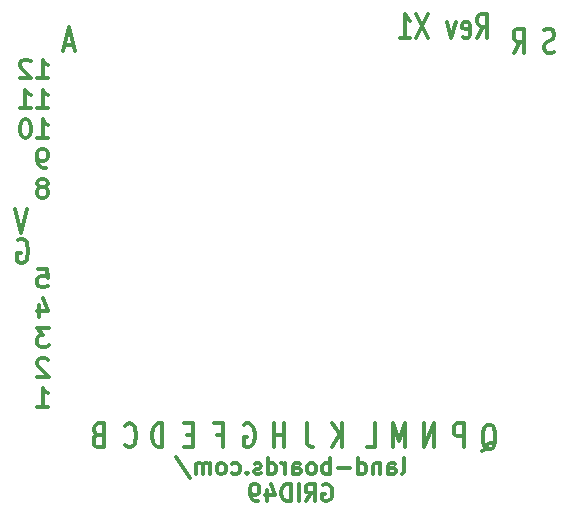
<source format=gbo>
G04 #@! TF.FileFunction,Legend,Bot*
%FSLAX46Y46*%
G04 Gerber Fmt 4.6, Leading zero omitted, Abs format (unit mm)*
G04 Created by KiCad (PCBNEW 4.0.1-stable) date 10/1/2016 10:42:31 PM*
%MOMM*%
G01*
G04 APERTURE LIST*
%ADD10C,0.150000*%
%ADD11C,0.304800*%
G04 APERTURE END LIST*
D10*
D11*
X10903857Y-35814000D02*
X11049000Y-35717238D01*
X11266714Y-35717238D01*
X11484429Y-35814000D01*
X11629571Y-36007524D01*
X11702143Y-36201048D01*
X11774714Y-36588095D01*
X11774714Y-36878381D01*
X11702143Y-37265429D01*
X11629571Y-37458952D01*
X11484429Y-37652476D01*
X11266714Y-37749238D01*
X11121571Y-37749238D01*
X10903857Y-37652476D01*
X10831286Y-37555714D01*
X10831286Y-36878381D01*
X11121571Y-36878381D01*
X11702143Y-33177238D02*
X11194143Y-35209238D01*
X10686143Y-33177238D01*
X56315428Y-19872476D02*
X56097714Y-19969238D01*
X55734857Y-19969238D01*
X55589714Y-19872476D01*
X55517143Y-19775714D01*
X55444571Y-19582190D01*
X55444571Y-19388667D01*
X55517143Y-19195143D01*
X55589714Y-19098381D01*
X55734857Y-19001619D01*
X56025143Y-18904857D01*
X56170285Y-18808095D01*
X56242857Y-18711333D01*
X56315428Y-18517810D01*
X56315428Y-18324286D01*
X56242857Y-18130762D01*
X56170285Y-18034000D01*
X56025143Y-17937238D01*
X55662285Y-17937238D01*
X55444571Y-18034000D01*
X52868286Y-19969238D02*
X53376286Y-19001619D01*
X53739143Y-19969238D02*
X53739143Y-17937238D01*
X53158571Y-17937238D01*
X53013429Y-18034000D01*
X52940857Y-18130762D01*
X52868286Y-18324286D01*
X52868286Y-18614571D01*
X52940857Y-18808095D01*
X53013429Y-18904857D01*
X53158571Y-19001619D01*
X53739143Y-19001619D01*
X50219428Y-53690762D02*
X50364571Y-53594000D01*
X50509714Y-53400476D01*
X50727428Y-53110190D01*
X50872571Y-53013429D01*
X51017714Y-53013429D01*
X50945142Y-53497238D02*
X51090285Y-53400476D01*
X51235428Y-53206952D01*
X51307999Y-52819905D01*
X51307999Y-52142571D01*
X51235428Y-51755524D01*
X51090285Y-51562000D01*
X50945142Y-51465238D01*
X50654856Y-51465238D01*
X50509714Y-51562000D01*
X50364571Y-51755524D01*
X50291999Y-52142571D01*
X50291999Y-52819905D01*
X50364571Y-53206952D01*
X50509714Y-53400476D01*
X50654856Y-53497238D01*
X50945142Y-53497238D01*
X48659143Y-53370238D02*
X48659143Y-51338238D01*
X48078571Y-51338238D01*
X47933429Y-51435000D01*
X47860857Y-51531762D01*
X47788286Y-51725286D01*
X47788286Y-52015571D01*
X47860857Y-52209095D01*
X47933429Y-52305857D01*
X48078571Y-52402619D01*
X48659143Y-52402619D01*
X46155428Y-53370238D02*
X46155428Y-51338238D01*
X45284571Y-53370238D01*
X45284571Y-51338238D01*
X43688000Y-53370238D02*
X43688000Y-51338238D01*
X43180000Y-52789667D01*
X42672000Y-51338238D01*
X42672000Y-53370238D01*
X40422286Y-53370238D02*
X41148000Y-53370238D01*
X41148000Y-51338238D01*
X38372143Y-53370238D02*
X38372143Y-51338238D01*
X37501286Y-53370238D02*
X38154429Y-52209095D01*
X37501286Y-51338238D02*
X38372143Y-52499381D01*
X35342285Y-51338238D02*
X35342285Y-52789667D01*
X35414857Y-53079952D01*
X35560000Y-53273476D01*
X35777714Y-53370238D01*
X35922857Y-53370238D01*
X33455428Y-53370238D02*
X33455428Y-51338238D01*
X33455428Y-52305857D02*
X32584571Y-52305857D01*
X32584571Y-53370238D02*
X32584571Y-51338238D01*
X30080857Y-51435000D02*
X30226000Y-51338238D01*
X30443714Y-51338238D01*
X30661429Y-51435000D01*
X30806571Y-51628524D01*
X30879143Y-51822048D01*
X30951714Y-52209095D01*
X30951714Y-52499381D01*
X30879143Y-52886429D01*
X30806571Y-53079952D01*
X30661429Y-53273476D01*
X30443714Y-53370238D01*
X30298571Y-53370238D01*
X30080857Y-53273476D01*
X30008286Y-53176714D01*
X30008286Y-52499381D01*
X30298571Y-52499381D01*
X27722286Y-52305857D02*
X28230286Y-52305857D01*
X28230286Y-53370238D02*
X28230286Y-51338238D01*
X27504572Y-51338238D01*
X25726571Y-52305857D02*
X25218571Y-52305857D01*
X25000857Y-53370238D02*
X25726571Y-53370238D01*
X25726571Y-51338238D01*
X25000857Y-51338238D01*
X23132143Y-53370238D02*
X23132143Y-51338238D01*
X22769286Y-51338238D01*
X22551571Y-51435000D01*
X22406429Y-51628524D01*
X22333857Y-51822048D01*
X22261286Y-52209095D01*
X22261286Y-52499381D01*
X22333857Y-52886429D01*
X22406429Y-53079952D01*
X22551571Y-53273476D01*
X22769286Y-53370238D01*
X23132143Y-53370238D01*
X19975286Y-53176714D02*
X20047857Y-53273476D01*
X20265571Y-53370238D01*
X20410714Y-53370238D01*
X20628429Y-53273476D01*
X20773571Y-53079952D01*
X20846143Y-52886429D01*
X20918714Y-52499381D01*
X20918714Y-52209095D01*
X20846143Y-51822048D01*
X20773571Y-51628524D01*
X20628429Y-51435000D01*
X20410714Y-51338238D01*
X20265571Y-51338238D01*
X20047857Y-51435000D01*
X19975286Y-51531762D01*
X17671143Y-52305857D02*
X17453429Y-52402619D01*
X17380857Y-52499381D01*
X17308286Y-52692905D01*
X17308286Y-52983190D01*
X17380857Y-53176714D01*
X17453429Y-53273476D01*
X17598571Y-53370238D01*
X18179143Y-53370238D01*
X18179143Y-51338238D01*
X17671143Y-51338238D01*
X17526000Y-51435000D01*
X17453429Y-51531762D01*
X17380857Y-51725286D01*
X17380857Y-51918810D01*
X17453429Y-52112333D01*
X17526000Y-52209095D01*
X17671143Y-52305857D01*
X18179143Y-52305857D01*
X15602857Y-19261667D02*
X14877143Y-19261667D01*
X15748000Y-19842238D02*
X15240000Y-17810238D01*
X14732000Y-19842238D01*
X12554857Y-22124005D02*
X13425714Y-22124005D01*
X12990286Y-22124005D02*
X12990286Y-20536505D01*
X13135429Y-20763290D01*
X13280571Y-20914481D01*
X13425714Y-20990076D01*
X11974285Y-20687695D02*
X11901714Y-20612100D01*
X11756571Y-20536505D01*
X11393714Y-20536505D01*
X11248571Y-20612100D01*
X11176000Y-20687695D01*
X11103428Y-20838886D01*
X11103428Y-20990076D01*
X11176000Y-21216862D01*
X12046857Y-22124005D01*
X11103428Y-22124005D01*
X12554857Y-24651305D02*
X13425714Y-24651305D01*
X12990286Y-24651305D02*
X12990286Y-23063805D01*
X13135429Y-23290590D01*
X13280571Y-23441781D01*
X13425714Y-23517376D01*
X11103428Y-24651305D02*
X11974285Y-24651305D01*
X11538857Y-24651305D02*
X11538857Y-23063805D01*
X11684000Y-23290590D01*
X11829142Y-23441781D01*
X11974285Y-23517376D01*
X12554857Y-27178605D02*
X13425714Y-27178605D01*
X12990286Y-27178605D02*
X12990286Y-25591105D01*
X13135429Y-25817890D01*
X13280571Y-25969081D01*
X13425714Y-26044676D01*
X11611428Y-25591105D02*
X11466285Y-25591105D01*
X11321142Y-25666700D01*
X11248571Y-25742295D01*
X11176000Y-25893486D01*
X11103428Y-26195867D01*
X11103428Y-26573843D01*
X11176000Y-26876224D01*
X11248571Y-27027414D01*
X11321142Y-27103010D01*
X11466285Y-27178605D01*
X11611428Y-27178605D01*
X11756571Y-27103010D01*
X11829142Y-27027414D01*
X11901714Y-26876224D01*
X11974285Y-26573843D01*
X11974285Y-26195867D01*
X11901714Y-25893486D01*
X11829142Y-25742295D01*
X11756571Y-25666700D01*
X11611428Y-25591105D01*
X13280571Y-29705905D02*
X12990286Y-29705905D01*
X12845143Y-29630310D01*
X12772571Y-29554714D01*
X12627429Y-29327929D01*
X12554857Y-29025548D01*
X12554857Y-28420786D01*
X12627429Y-28269595D01*
X12700000Y-28194000D01*
X12845143Y-28118405D01*
X13135429Y-28118405D01*
X13280571Y-28194000D01*
X13353143Y-28269595D01*
X13425714Y-28420786D01*
X13425714Y-28798762D01*
X13353143Y-28949952D01*
X13280571Y-29025548D01*
X13135429Y-29101143D01*
X12845143Y-29101143D01*
X12700000Y-29025548D01*
X12627429Y-28949952D01*
X12554857Y-28798762D01*
X13135429Y-31326062D02*
X13280571Y-31250467D01*
X13353143Y-31174871D01*
X13425714Y-31023681D01*
X13425714Y-30948086D01*
X13353143Y-30796895D01*
X13280571Y-30721300D01*
X13135429Y-30645705D01*
X12845143Y-30645705D01*
X12700000Y-30721300D01*
X12627429Y-30796895D01*
X12554857Y-30948086D01*
X12554857Y-31023681D01*
X12627429Y-31174871D01*
X12700000Y-31250467D01*
X12845143Y-31326062D01*
X13135429Y-31326062D01*
X13280571Y-31401657D01*
X13353143Y-31477252D01*
X13425714Y-31628443D01*
X13425714Y-31930824D01*
X13353143Y-32082014D01*
X13280571Y-32157610D01*
X13135429Y-32233205D01*
X12845143Y-32233205D01*
X12700000Y-32157610D01*
X12627429Y-32082014D01*
X12554857Y-31930824D01*
X12554857Y-31628443D01*
X12627429Y-31477252D01*
X12700000Y-31401657D01*
X12845143Y-31326062D01*
X12627429Y-38227605D02*
X13353143Y-38227605D01*
X13425714Y-38983557D01*
X13353143Y-38907962D01*
X13208000Y-38832367D01*
X12845143Y-38832367D01*
X12700000Y-38907962D01*
X12627429Y-38983557D01*
X12554857Y-39134748D01*
X12554857Y-39512724D01*
X12627429Y-39663914D01*
X12700000Y-39739510D01*
X12845143Y-39815105D01*
X13208000Y-39815105D01*
X13353143Y-39739510D01*
X13425714Y-39663914D01*
X12700000Y-41284071D02*
X12700000Y-42342405D01*
X13062857Y-40679310D02*
X13425714Y-41813238D01*
X12482286Y-41813238D01*
X13498286Y-43282205D02*
X12554857Y-43282205D01*
X13062857Y-43886967D01*
X12845143Y-43886967D01*
X12700000Y-43962562D01*
X12627429Y-44038157D01*
X12554857Y-44189348D01*
X12554857Y-44567324D01*
X12627429Y-44718514D01*
X12700000Y-44794110D01*
X12845143Y-44869705D01*
X13280571Y-44869705D01*
X13425714Y-44794110D01*
X13498286Y-44718514D01*
X13425714Y-45960695D02*
X13353143Y-45885100D01*
X13208000Y-45809505D01*
X12845143Y-45809505D01*
X12700000Y-45885100D01*
X12627429Y-45960695D01*
X12554857Y-46111886D01*
X12554857Y-46263076D01*
X12627429Y-46489862D01*
X13498286Y-47397005D01*
X12554857Y-47397005D01*
X12554857Y-49924305D02*
X13425714Y-49924305D01*
X12990286Y-49924305D02*
X12990286Y-48336805D01*
X13135429Y-48563590D01*
X13280571Y-48714781D01*
X13425714Y-48790376D01*
X49784001Y-18699238D02*
X50292001Y-17731619D01*
X50654858Y-18699238D02*
X50654858Y-16667238D01*
X50074286Y-16667238D01*
X49929144Y-16764000D01*
X49856572Y-16860762D01*
X49784001Y-17054286D01*
X49784001Y-17344571D01*
X49856572Y-17538095D01*
X49929144Y-17634857D01*
X50074286Y-17731619D01*
X50654858Y-17731619D01*
X48550286Y-18602476D02*
X48695429Y-18699238D01*
X48985715Y-18699238D01*
X49130858Y-18602476D01*
X49203429Y-18408952D01*
X49203429Y-17634857D01*
X49130858Y-17441333D01*
X48985715Y-17344571D01*
X48695429Y-17344571D01*
X48550286Y-17441333D01*
X48477715Y-17634857D01*
X48477715Y-17828381D01*
X49203429Y-18021905D01*
X47969715Y-17344571D02*
X47606858Y-18699238D01*
X47244000Y-17344571D01*
X45647429Y-16667238D02*
X44631429Y-18699238D01*
X44631429Y-16667238D02*
X45647429Y-18699238D01*
X43252571Y-18699238D02*
X44123428Y-18699238D01*
X43688000Y-18699238D02*
X43688000Y-16667238D01*
X43833143Y-16957524D01*
X43978285Y-17151048D01*
X44123428Y-17247810D01*
X43382595Y-55635676D02*
X43515642Y-55569152D01*
X43582166Y-55436105D01*
X43582166Y-54238676D01*
X42251690Y-55635676D02*
X42251690Y-54903914D01*
X42318213Y-54770867D01*
X42451261Y-54704343D01*
X42717356Y-54704343D01*
X42850404Y-54770867D01*
X42251690Y-55569152D02*
X42384737Y-55635676D01*
X42717356Y-55635676D01*
X42850404Y-55569152D01*
X42916928Y-55436105D01*
X42916928Y-55303057D01*
X42850404Y-55170010D01*
X42717356Y-55103486D01*
X42384737Y-55103486D01*
X42251690Y-55036962D01*
X41586452Y-54704343D02*
X41586452Y-55635676D01*
X41586452Y-54837390D02*
X41519928Y-54770867D01*
X41386881Y-54704343D01*
X41187309Y-54704343D01*
X41054261Y-54770867D01*
X40987738Y-54903914D01*
X40987738Y-55635676D01*
X39723786Y-55635676D02*
X39723786Y-54238676D01*
X39723786Y-55569152D02*
X39856833Y-55635676D01*
X40122929Y-55635676D01*
X40255976Y-55569152D01*
X40322500Y-55502629D01*
X40389024Y-55369581D01*
X40389024Y-54970438D01*
X40322500Y-54837390D01*
X40255976Y-54770867D01*
X40122929Y-54704343D01*
X39856833Y-54704343D01*
X39723786Y-54770867D01*
X39058548Y-55103486D02*
X37994167Y-55103486D01*
X37328929Y-55635676D02*
X37328929Y-54238676D01*
X37328929Y-54770867D02*
X37195881Y-54704343D01*
X36929786Y-54704343D01*
X36796738Y-54770867D01*
X36730215Y-54837390D01*
X36663691Y-54970438D01*
X36663691Y-55369581D01*
X36730215Y-55502629D01*
X36796738Y-55569152D01*
X36929786Y-55635676D01*
X37195881Y-55635676D01*
X37328929Y-55569152D01*
X35865406Y-55635676D02*
X35998453Y-55569152D01*
X36064977Y-55502629D01*
X36131501Y-55369581D01*
X36131501Y-54970438D01*
X36064977Y-54837390D01*
X35998453Y-54770867D01*
X35865406Y-54704343D01*
X35665834Y-54704343D01*
X35532786Y-54770867D01*
X35466263Y-54837390D01*
X35399739Y-54970438D01*
X35399739Y-55369581D01*
X35466263Y-55502629D01*
X35532786Y-55569152D01*
X35665834Y-55635676D01*
X35865406Y-55635676D01*
X34202311Y-55635676D02*
X34202311Y-54903914D01*
X34268834Y-54770867D01*
X34401882Y-54704343D01*
X34667977Y-54704343D01*
X34801025Y-54770867D01*
X34202311Y-55569152D02*
X34335358Y-55635676D01*
X34667977Y-55635676D01*
X34801025Y-55569152D01*
X34867549Y-55436105D01*
X34867549Y-55303057D01*
X34801025Y-55170010D01*
X34667977Y-55103486D01*
X34335358Y-55103486D01*
X34202311Y-55036962D01*
X33537073Y-55635676D02*
X33537073Y-54704343D01*
X33537073Y-54970438D02*
X33470549Y-54837390D01*
X33404025Y-54770867D01*
X33270978Y-54704343D01*
X33137930Y-54704343D01*
X32073549Y-55635676D02*
X32073549Y-54238676D01*
X32073549Y-55569152D02*
X32206596Y-55635676D01*
X32472692Y-55635676D01*
X32605739Y-55569152D01*
X32672263Y-55502629D01*
X32738787Y-55369581D01*
X32738787Y-54970438D01*
X32672263Y-54837390D01*
X32605739Y-54770867D01*
X32472692Y-54704343D01*
X32206596Y-54704343D01*
X32073549Y-54770867D01*
X31474835Y-55569152D02*
X31341787Y-55635676D01*
X31075692Y-55635676D01*
X30942644Y-55569152D01*
X30876120Y-55436105D01*
X30876120Y-55369581D01*
X30942644Y-55236533D01*
X31075692Y-55170010D01*
X31275263Y-55170010D01*
X31408311Y-55103486D01*
X31474835Y-54970438D01*
X31474835Y-54903914D01*
X31408311Y-54770867D01*
X31275263Y-54704343D01*
X31075692Y-54704343D01*
X30942644Y-54770867D01*
X30277406Y-55502629D02*
X30210882Y-55569152D01*
X30277406Y-55635676D01*
X30343930Y-55569152D01*
X30277406Y-55502629D01*
X30277406Y-55635676D01*
X29013454Y-55569152D02*
X29146501Y-55635676D01*
X29412597Y-55635676D01*
X29545644Y-55569152D01*
X29612168Y-55502629D01*
X29678692Y-55369581D01*
X29678692Y-54970438D01*
X29612168Y-54837390D01*
X29545644Y-54770867D01*
X29412597Y-54704343D01*
X29146501Y-54704343D01*
X29013454Y-54770867D01*
X28215168Y-55635676D02*
X28348215Y-55569152D01*
X28414739Y-55502629D01*
X28481263Y-55369581D01*
X28481263Y-54970438D01*
X28414739Y-54837390D01*
X28348215Y-54770867D01*
X28215168Y-54704343D01*
X28015596Y-54704343D01*
X27882548Y-54770867D01*
X27816025Y-54837390D01*
X27749501Y-54970438D01*
X27749501Y-55369581D01*
X27816025Y-55502629D01*
X27882548Y-55569152D01*
X28015596Y-55635676D01*
X28215168Y-55635676D01*
X27150787Y-55635676D02*
X27150787Y-54704343D01*
X27150787Y-54837390D02*
X27084263Y-54770867D01*
X26951216Y-54704343D01*
X26751644Y-54704343D01*
X26618596Y-54770867D01*
X26552073Y-54903914D01*
X26552073Y-55635676D01*
X26552073Y-54903914D02*
X26485549Y-54770867D01*
X26352501Y-54704343D01*
X26152930Y-54704343D01*
X26019882Y-54770867D01*
X25953358Y-54903914D01*
X25953358Y-55635676D01*
X24290263Y-54172152D02*
X25487691Y-55968295D01*
X36730214Y-56565800D02*
X36863262Y-56499276D01*
X37062833Y-56499276D01*
X37262405Y-56565800D01*
X37395452Y-56698848D01*
X37461976Y-56831895D01*
X37528500Y-57097990D01*
X37528500Y-57297562D01*
X37461976Y-57563657D01*
X37395452Y-57696705D01*
X37262405Y-57829752D01*
X37062833Y-57896276D01*
X36929785Y-57896276D01*
X36730214Y-57829752D01*
X36663690Y-57763229D01*
X36663690Y-57297562D01*
X36929785Y-57297562D01*
X35266690Y-57896276D02*
X35732357Y-57231038D01*
X36064976Y-57896276D02*
X36064976Y-56499276D01*
X35532785Y-56499276D01*
X35399738Y-56565800D01*
X35333214Y-56632324D01*
X35266690Y-56765371D01*
X35266690Y-56964943D01*
X35333214Y-57097990D01*
X35399738Y-57164514D01*
X35532785Y-57231038D01*
X36064976Y-57231038D01*
X34667976Y-57896276D02*
X34667976Y-56499276D01*
X34002738Y-57896276D02*
X34002738Y-56499276D01*
X33670119Y-56499276D01*
X33470547Y-56565800D01*
X33337500Y-56698848D01*
X33270976Y-56831895D01*
X33204452Y-57097990D01*
X33204452Y-57297562D01*
X33270976Y-57563657D01*
X33337500Y-57696705D01*
X33470547Y-57829752D01*
X33670119Y-57896276D01*
X34002738Y-57896276D01*
X32007024Y-56964943D02*
X32007024Y-57896276D01*
X32339643Y-56432752D02*
X32672262Y-57430610D01*
X31807452Y-57430610D01*
X31208738Y-57896276D02*
X30942643Y-57896276D01*
X30809595Y-57829752D01*
X30743071Y-57763229D01*
X30610024Y-57563657D01*
X30543500Y-57297562D01*
X30543500Y-56765371D01*
X30610024Y-56632324D01*
X30676548Y-56565800D01*
X30809595Y-56499276D01*
X31075691Y-56499276D01*
X31208738Y-56565800D01*
X31275262Y-56632324D01*
X31341786Y-56765371D01*
X31341786Y-57097990D01*
X31275262Y-57231038D01*
X31208738Y-57297562D01*
X31075691Y-57364086D01*
X30809595Y-57364086D01*
X30676548Y-57297562D01*
X30610024Y-57231038D01*
X30543500Y-57097990D01*
M02*

</source>
